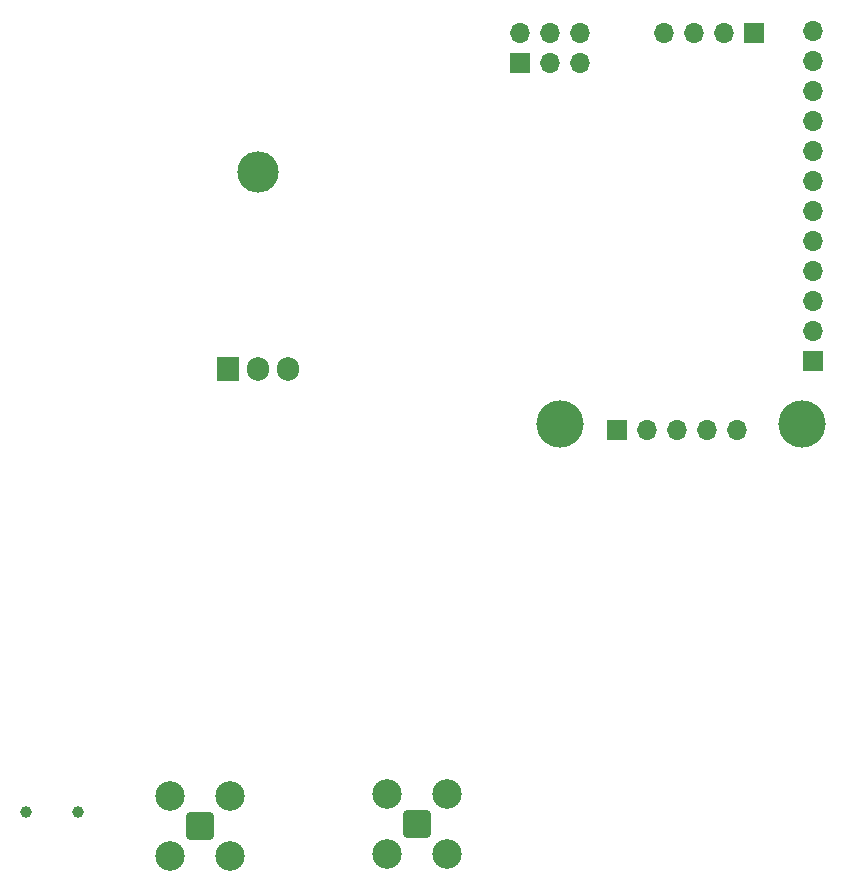
<source format=gbr>
%TF.GenerationSoftware,KiCad,Pcbnew,7.0.9-1.fc39*%
%TF.CreationDate,2023-11-27T20:11:11+01:00*%
%TF.ProjectId,sis5351a GPS controlled time base,73697335-3335-4316-9120-47505320636f,rev?*%
%TF.SameCoordinates,Original*%
%TF.FileFunction,Soldermask,Bot*%
%TF.FilePolarity,Negative*%
%FSLAX46Y46*%
G04 Gerber Fmt 4.6, Leading zero omitted, Abs format (unit mm)*
G04 Created by KiCad (PCBNEW 7.0.9-1.fc39) date 2023-11-27 20:11:11*
%MOMM*%
%LPD*%
G01*
G04 APERTURE LIST*
G04 Aperture macros list*
%AMRoundRect*
0 Rectangle with rounded corners*
0 $1 Rounding radius*
0 $2 $3 $4 $5 $6 $7 $8 $9 X,Y pos of 4 corners*
0 Add a 4 corners polygon primitive as box body*
4,1,4,$2,$3,$4,$5,$6,$7,$8,$9,$2,$3,0*
0 Add four circle primitives for the rounded corners*
1,1,$1+$1,$2,$3*
1,1,$1+$1,$4,$5*
1,1,$1+$1,$6,$7*
1,1,$1+$1,$8,$9*
0 Add four rect primitives between the rounded corners*
20,1,$1+$1,$2,$3,$4,$5,0*
20,1,$1+$1,$4,$5,$6,$7,0*
20,1,$1+$1,$6,$7,$8,$9,0*
20,1,$1+$1,$8,$9,$2,$3,0*%
G04 Aperture macros list end*
%ADD10C,1.000000*%
%ADD11R,1.700000X1.700000*%
%ADD12O,1.700000X1.700000*%
%ADD13RoundRect,0.200100X0.949900X0.949900X-0.949900X0.949900X-0.949900X-0.949900X0.949900X-0.949900X0*%
%ADD14C,2.500000*%
%ADD15C,4.000000*%
%ADD16O,3.500000X3.500000*%
%ADD17R,1.905000X2.000000*%
%ADD18O,1.905000X2.000000*%
G04 APERTURE END LIST*
D10*
%TO.C,J1*%
X141000000Y-129525000D03*
X145400000Y-129525000D03*
%TD*%
D11*
%TO.C,J2*%
X191000000Y-97186500D03*
D12*
X193540000Y-97186500D03*
X196080000Y-97186500D03*
X198620000Y-97186500D03*
X201160000Y-97186500D03*
%TD*%
D13*
%TO.C,J7*%
X155740000Y-130740000D03*
D14*
X158280000Y-133280000D03*
X158280000Y-128200000D03*
X153200000Y-133280000D03*
X153200000Y-128200000D03*
%TD*%
D15*
%TO.C,REF\u002A\u002A*%
X206700000Y-96700000D03*
X186200000Y-96700000D03*
%TD*%
D16*
%TO.C,U4*%
X160600000Y-75370000D03*
D17*
X158060000Y-92030000D03*
D18*
X160600000Y-92030000D03*
X163140000Y-92030000D03*
%TD*%
D13*
%TO.C,J6*%
X174060000Y-130540000D03*
D14*
X176600000Y-133080000D03*
X176600000Y-128000000D03*
X171520000Y-133080000D03*
X171520000Y-128000000D03*
%TD*%
D11*
%TO.C,J4*%
X182860000Y-66140000D03*
D12*
X182860000Y-63600000D03*
X185400000Y-66140000D03*
X185400000Y-63600000D03*
X187940000Y-66140000D03*
X187940000Y-63600000D03*
%TD*%
D11*
%TO.C,J5*%
X207600000Y-91360000D03*
D12*
X207600000Y-88820000D03*
X207600000Y-86280000D03*
X207600000Y-83740000D03*
X207600000Y-81200000D03*
X207600000Y-78660000D03*
X207600000Y-76120000D03*
X207600000Y-73580000D03*
X207600000Y-71040000D03*
X207600000Y-68500000D03*
X207600000Y-65960000D03*
X207600000Y-63420000D03*
%TD*%
D11*
%TO.C,J3*%
X202600000Y-63600000D03*
D12*
X200060000Y-63600000D03*
X197520000Y-63600000D03*
X194980000Y-63600000D03*
%TD*%
M02*

</source>
